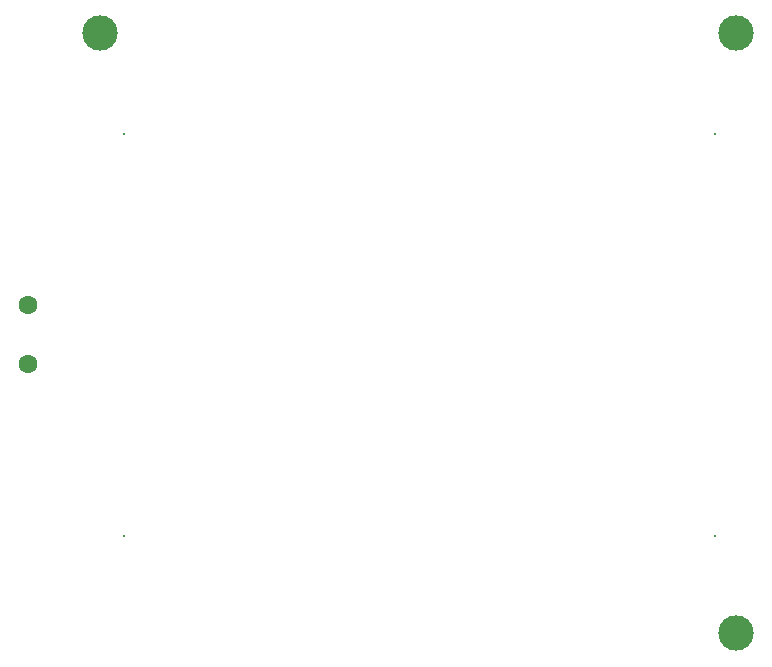
<source format=gbs>
G04*
G04 #@! TF.GenerationSoftware,Altium Limited,Altium Designer,24.3.1 (35)*
G04*
G04 Layer_Color=16711935*
%FSLAX44Y44*%
%MOMM*%
G71*
G04*
G04 #@! TF.SameCoordinates,063D28A7-869B-49E0-B519-EA391C4CE498*
G04*
G04*
G04 #@! TF.FilePolarity,Negative*
G04*
G01*
G75*
%ADD18C,3.0000*%
%ADD23C,0.2032*%
%ADD24C,1.6016*%
D18*
X1195070Y610870D02*
D03*
Y1118870D02*
D03*
X656590D02*
D03*
D23*
X677100Y693600D02*
D03*
X1177100D02*
D03*
Y1033600D02*
D03*
X677100D02*
D03*
D24*
X595630Y888600D02*
D03*
Y838600D02*
D03*
M02*

</source>
